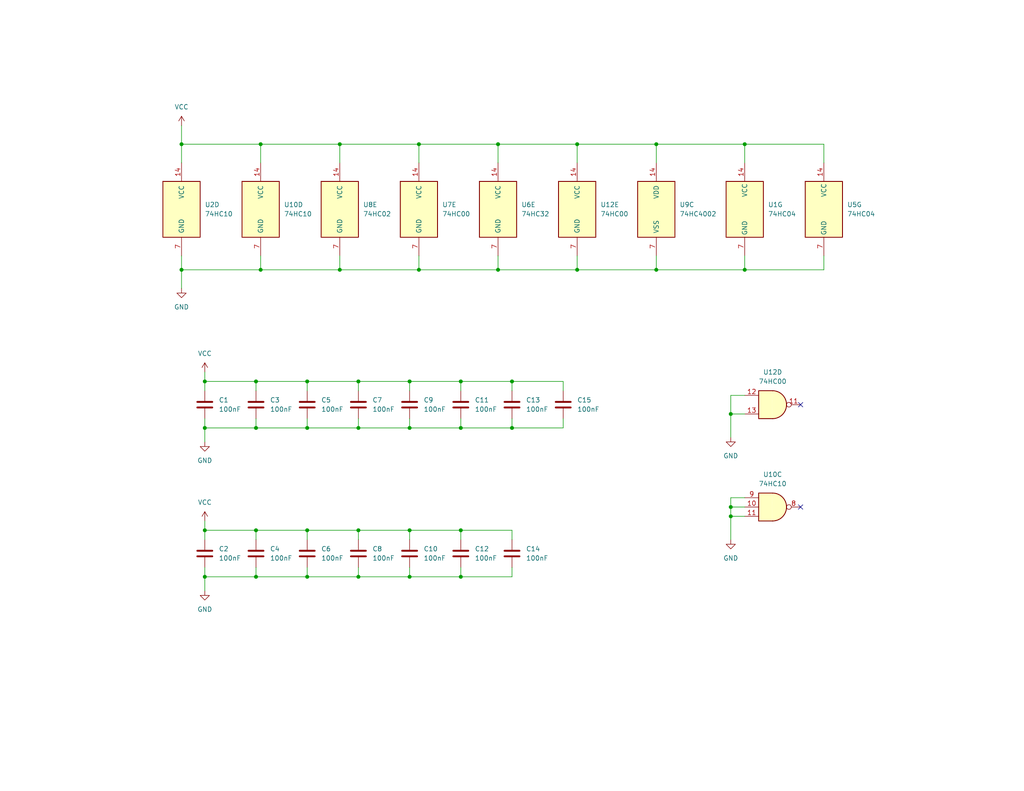
<source format=kicad_sch>
(kicad_sch (version 20211123) (generator eeschema)
  (paper "USLetter")
  (lib_symbols
    (symbol "74HCxx:74HC10" (pin_names (offset 1.016))
      (property "Reference" "U" (at 0 1.27 0))
      (property "Value" "74HC10" (at 0 -1.27 0))
      (symbol "74HC10_1_1"
        (arc (start 0 -3.81) (mid 3.81 0) (end 0 3.81) (stroke (width 0.254)) (fill (type background)))
        (polyline (pts (xy 0 3.81) (xy -3.81 3.81) (xy -3.81 -3.81) (xy 0 -3.81)) (stroke (width 0.254)) (fill (type background)))
        (pin input line (at -7.62 2.54 0) (length 3.81) (name "~") (number "1"))
        (pin output inverted (at 7.62 0 180) (length 3.81) (name "~") (number "12"))
        (pin input line (at -7.62 -2.54 0) (length 3.81) (name "~") (number "13"))
        (pin input line (at -7.62 0 0) (length 3.81) (name "~") (number "2"))
      )
      (symbol "74HC10_1_2"
        (arc (start -3.81 -3.81) (mid -2.589 0) (end -3.81 3.81) (stroke (width 0.254)))
        (arc (start -0.6096 -3.81) (mid 2.1842 -2.5851) (end 3.81 0) (stroke (width 0.254)) (fill (type background)))
        (polyline (pts (xy -3.81 -3.81) (xy -0.635 -3.81)) (stroke (width 0.254)) (fill (type background)))
        (polyline (pts (xy -3.81 3.81) (xy -0.635 3.81)) (stroke (width 0.254)) (fill (type background)))
        (polyline (pts (xy -0.635 3.81) (xy -3.81 3.81) (xy -3.81 3.81) (xy -3.556 3.4036) (xy -3.0226 2.2606) (xy -2.6924 1.0414) (xy -2.6162 -0.254) (xy -2.7686 -1.4986) (xy -3.175 -2.7178) (xy -3.81 -3.81) (xy -3.81 -3.81) (xy -0.635 -3.81)) (stroke (width -25.4)) (fill (type background)))
        (arc (start 3.81 0) (mid 2.1915 2.5936) (end -0.6096 3.81) (stroke (width 0.254)) (fill (type background)))
        (pin input inverted (at -7.62 2.54 0) (length 4.318) (name "~") (number "1"))
        (pin output line (at 7.62 0 180) (length 3.81) (name "~") (number "12"))
        (pin input inverted (at -7.62 -2.54 0) (length 4.318) (name "~") (number "13"))
        (pin input inverted (at -7.62 0 0) (length 4.953) (name "~") (number "2"))
      )
      (symbol "74HC10_2_1"
        (arc (start 0 -3.81) (mid 3.81 0) (end 0 3.81) (stroke (width 0.254)) (fill (type background)))
        (polyline (pts (xy 0 3.81) (xy -3.81 3.81) (xy -3.81 -3.81) (xy 0 -3.81)) (stroke (width 0.254)) (fill (type background)))
        (pin input line (at -7.62 2.54 0) (length 3.81) (name "~") (number "3"))
        (pin input line (at -7.62 0 0) (length 3.81) (name "~") (number "4"))
        (pin input line (at -7.62 -2.54 0) (length 3.81) (name "~") (number "5"))
        (pin output inverted (at 7.62 0 180) (length 3.81) (name "~") (number "6"))
      )
      (symbol "74HC10_2_2"
        (arc (start -3.81 -3.81) (mid -2.589 0) (end -3.81 3.81) (stroke (width 0.254)))
        (arc (start -0.6096 -3.81) (mid 2.1842 -2.5851) (end 3.81 0) (stroke (width 0.254)) (fill (type background)))
        (polyline (pts (xy -3.81 -3.81) (xy -0.635 -3.81)) (stroke (width 0.254)) (fill (type background)))
        (polyline (pts (xy -3.81 3.81) (xy -0.635 3.81)) (stroke (width 0.254)) (fill (type background)))
        (polyline (pts (xy -0.635 3.81) (xy -3.81 3.81) (xy -3.81 3.81) (xy -3.556 3.4036) (xy -3.0226 2.2606) (xy -2.6924 1.0414) (xy -2.6162 -0.254) (xy -2.7686 -1.4986) (xy -3.175 -2.7178) (xy -3.81 -3.81) (xy -3.81 -3.81) (xy -0.635 -3.81)) (stroke (width -25.4)) (fill (type background)))
        (arc (start 3.81 0) (mid 2.1915 2.5936) (end -0.6096 3.81) (stroke (width 0.254)) (fill (type background)))
        (pin input inverted (at -7.62 2.54 0) (length 4.318) (name "~") (number "3"))
        (pin input inverted (at -7.62 0 0) (length 4.953) (name "~") (number "4"))
        (pin input inverted (at -7.62 -2.54 0) (length 4.318) (name "~") (number "5"))
        (pin output line (at 7.62 0 180) (length 3.81) (name "~") (number "6"))
      )
      (symbol "74HC10_3_1"
        (arc (start 0 -3.81) (mid 3.81 0) (end 0 3.81) (stroke (width 0.254)) (fill (type background)))
        (polyline (pts (xy 0 3.81) (xy -3.81 3.81) (xy -3.81 -3.81) (xy 0 -3.81)) (stroke (width 0.254)) (fill (type background)))
        (pin input line (at -7.62 0 0) (length 3.81) (name "~") (number "10"))
        (pin input line (at -7.62 -2.54 0) (length 3.81) (name "~") (number "11"))
        (pin output inverted (at 7.62 0 180) (length 3.81) (name "~") (number "8"))
        (pin input line (at -7.62 2.54 0) (length 3.81) (name "~") (number "9"))
      )
      (symbol "74HC10_3_2"
        (arc (start -3.81 -3.81) (mid -2.589 0) (end -3.81 3.81) (stroke (width 0.254)))
        (arc (start -0.6096 -3.81) (mid 2.1842 -2.5851) (end 3.81 0) (stroke (width 0.254)) (fill (type background)))
        (polyline (pts (xy -3.81 -3.81) (xy -0.635 -3.81)) (stroke (width 0.254)) (fill (type background)))
        (polyline (pts (xy -3.81 3.81) (xy -0.635 3.81)) (stroke (width 0.254)) (fill (type background)))
        (polyline (pts (xy -0.635 3.81) (xy -3.81 3.81) (xy -3.81 3.81) (xy -3.556 3.4036) (xy -3.0226 2.2606) (xy -2.6924 1.0414) (xy -2.6162 -0.254) (xy -2.7686 -1.4986) (xy -3.175 -2.7178) (xy -3.81 -3.81) (xy -3.81 -3.81) (xy -0.635 -3.81)) (stroke (width -25.4)) (fill (type background)))
        (arc (start 3.81 0) (mid 2.1915 2.5936) (end -0.6096 3.81) (stroke (width 0.254)) (fill (type background)))
        (pin input inverted (at -7.62 0 0) (length 4.953) (name "~") (number "10"))
        (pin input inverted (at -7.62 -2.54 0) (length 4.318) (name "~") (number "11"))
        (pin output line (at 7.62 0 180) (length 3.81) (name "~") (number "8"))
        (pin input inverted (at -7.62 2.54 0) (length 4.318) (name "~") (number "9"))
      )
      (symbol "74HC10_4_0"
        (pin power_in line (at 0 12.7 270) (length 5.08) (name "VCC") (number "14"))
        (pin power_in line (at 0 -12.7 90) (length 5.08) (name "GND") (number "7"))
      )
      (symbol "74HC10_4_1"
        (rectangle (start -5.08 7.62) (end 5.08 -7.62) (stroke (width 0.254)) (fill (type background)))
      )
    )
    (symbol "74HCxx:74HC32" (pin_names (offset 1.016))
      (property "Reference" "U" (at 0 1.27 0))
      (property "Value" "74HC32" (at 0 -1.27 0))
      (symbol "74HC32_1_1"
        (arc (start -3.81 -3.81) (mid -2.589 0) (end -3.81 3.81) (stroke (width 0.254)))
        (arc (start -0.6096 -3.81) (mid 2.1842 -2.5851) (end 3.81 0) (stroke (width 0.254)) (fill (type background)))
        (polyline (pts (xy -3.81 -3.81) (xy -0.635 -3.81)) (stroke (width 0.254)) (fill (type background)))
        (polyline (pts (xy -3.81 3.81) (xy -0.635 3.81)) (stroke (width 0.254)) (fill (type background)))
        (polyline (pts (xy -0.635 3.81) (xy -3.81 3.81) (xy -3.81 3.81) (xy -3.556 3.4036) (xy -3.0226 2.2606) (xy -2.6924 1.0414) (xy -2.6162 -0.254) (xy -2.7686 -1.4986) (xy -3.175 -2.7178) (xy -3.81 -3.81) (xy -3.81 -3.81) (xy -0.635 -3.81)) (stroke (width -25.4)) (fill (type background)))
        (arc (start 3.81 0) (mid 2.1915 2.5936) (end -0.6096 3.81) (stroke (width 0.254)) (fill (type background)))
        (pin input line (at -7.62 2.54 0) (length 4.318) (name "~") (number "1"))
        (pin input line (at -7.62 -2.54 0) (length 4.318) (name "~") (number "2"))
        (pin output line (at 7.62 0 180) (length 3.81) (name "~") (number "3"))
      )
      (symbol "74HC32_1_2"
        (arc (start 0 -3.81) (mid 3.81 0) (end 0 3.81) (stroke (width 0.254)) (fill (type background)))
        (polyline (pts (xy 0 3.81) (xy -3.81 3.81) (xy -3.81 -3.81) (xy 0 -3.81)) (stroke (width 0.254)) (fill (type background)))
        (pin input inverted (at -7.62 2.54 0) (length 3.81) (name "~") (number "1"))
        (pin input inverted (at -7.62 -2.54 0) (length 3.81) (name "~") (number "2"))
        (pin output inverted (at 7.62 0 180) (length 3.81) (name "~") (number "3"))
      )
      (symbol "74HC32_2_1"
        (arc (start -3.81 -3.81) (mid -2.589 0) (end -3.81 3.81) (stroke (width 0.254)))
        (arc (start -0.6096 -3.81) (mid 2.1842 -2.5851) (end 3.81 0) (stroke (width 0.254)) (fill (type background)))
        (polyline (pts (xy -3.81 -3.81) (xy -0.635 -3.81)) (stroke (width 0.254)) (fill (type background)))
        (polyline (pts (xy -3.81 3.81) (xy -0.635 3.81)) (stroke (width 0.254)) (fill (type background)))
        (polyline (pts (xy -0.635 3.81) (xy -3.81 3.81) (xy -3.81 3.81) (xy -3.556 3.4036) (xy -3.0226 2.2606) (xy -2.6924 1.0414) (xy -2.6162 -0.254) (xy -2.7686 -1.4986) (xy -3.175 -2.7178) (xy -3.81 -3.81) (xy -3.81 -3.81) (xy -0.635 -3.81)) (stroke (width -25.4)) (fill (type background)))
        (arc (start 3.81 0) (mid 2.1915 2.5936) (end -0.6096 3.81) (stroke (width 0.254)) (fill (type background)))
        (pin input line (at -7.62 2.54 0) (length 4.318) (name "~") (number "4"))
        (pin input line (at -7.62 -2.54 0) (length 4.318) (name "~") (number "5"))
        (pin output line (at 7.62 0 180) (length 3.81) (name "~") (number "6"))
      )
      (symbol "74HC32_2_2"
        (arc (start 0 -3.81) (mid 3.81 0) (end 0 3.81) (stroke (width 0.254)) (fill (type background)))
        (polyline (pts (xy 0 3.81) (xy -3.81 3.81) (xy -3.81 -3.81) (xy 0 -3.81)) (stroke (width 0.254)) (fill (type background)))
        (pin input inverted (at -7.62 2.54 0) (length 3.81) (name "~") (number "4"))
        (pin input inverted (at -7.62 -2.54 0) (length 3.81) (name "~") (number "5"))
        (pin output inverted (at 7.62 0 180) (length 3.81) (name "~") (number "6"))
      )
      (symbol "74HC32_3_1"
        (arc (start -3.81 -3.81) (mid -2.589 0) (end -3.81 3.81) (stroke (width 0.254)))
        (arc (start -0.6096 -3.81) (mid 2.1842 -2.5851) (end 3.81 0) (stroke (width 0.254)) (fill (type background)))
        (polyline (pts (xy -3.81 -3.81) (xy -0.635 -3.81)) (stroke (width 0.254)) (fill (type background)))
        (polyline (pts (xy -3.81 3.81) (xy -0.635 3.81)) (stroke (width 0.254)) (fill (type background)))
        (polyline (pts (xy -0.635 3.81) (xy -3.81 3.81) (xy -3.81 3.81) (xy -3.556 3.4036) (xy -3.0226 2.2606) (xy -2.6924 1.0414) (xy -2.6162 -0.254) (xy -2.7686 -1.4986) (xy -3.175 -2.7178) (xy -3.81 -3.81) (xy -3.81 -3.81) (xy -0.635 -3.81)) (stroke (width -25.4)) (fill (type background)))
        (arc (start 3.81 0) (mid 2.1915 2.5936) (end -0.6096 3.81) (stroke (width 0.254)) (fill (type background)))
        (pin input line (at -7.62 -2.54 0) (length 4.318) (name "~") (number "10"))
        (pin output line (at 7.62 0 180) (length 3.81) (name "~") (number "8"))
        (pin input line (at -7.62 2.54 0) (length 4.318) (name "~") (number "9"))
      )
      (symbol "74HC32_3_2"
        (arc (start 0 -3.81) (mid 3.81 0) (end 0 3.81) (stroke (width 0.254)) (fill (type background)))
        (polyline (pts (xy 0 3.81) (xy -3.81 3.81) (xy -3.81 -3.81) (xy 0 -3.81)) (stroke (width 0.254)) (fill (type background)))
        (pin input inverted (at -7.62 -2.54 0) (length 3.81) (name "~") (number "10"))
        (pin output inverted (at 7.62 0 180) (length 3.81) (name "~") (number "8"))
        (pin input inverted (at -7.62 2.54 0) (length 3.81) (name "~") (number "9"))
      )
      (symbol "74HC32_4_1"
        (arc (start -3.81 -3.81) (mid -2.589 0) (end -3.81 3.81) (stroke (width 0.254)))
        (arc (start -0.6096 -3.81) (mid 2.1842 -2.5851) (end 3.81 0) (stroke (width 0.254)) (fill (type background)))
        (polyline (pts (xy -3.81 -3.81) (xy -0.635 -3.81)) (stroke (width 0.254)) (fill (type background)))
        (polyline (pts (xy -3.81 3.81) (xy -0.635 3.81)) (stroke (width 0.254)) (fill (type background)))
        (polyline (pts (xy -0.635 3.81) (xy -3.81 3.81) (xy -3.81 3.81) (xy -3.556 3.4036) (xy -3.0226 2.2606) (xy -2.6924 1.0414) (xy -2.6162 -0.254) (xy -2.7686 -1.4986) (xy -3.175 -2.7178) (xy -3.81 -3.81) (xy -3.81 -3.81) (xy -0.635 -3.81)) (stroke (width -25.4)) (fill (type background)))
        (arc (start 3.81 0) (mid 2.1915 2.5936) (end -0.6096 3.81) (stroke (width 0.254)) (fill (type background)))
        (pin output line (at 7.62 0 180) (length 3.81) (name "~") (number "11"))
        (pin input line (at -7.62 2.54 0) (length 4.318) (name "~") (number "12"))
        (pin input line (at -7.62 -2.54 0) (length 4.318) (name "~") (number "13"))
      )
      (symbol "74HC32_4_2"
        (arc (start 0 -3.81) (mid 3.81 0) (end 0 3.81) (stroke (width 0.254)) (fill (type background)))
        (polyline (pts (xy 0 3.81) (xy -3.81 3.81) (xy -3.81 -3.81) (xy 0 -3.81)) (stroke (width 0.254)) (fill (type background)))
        (pin output inverted (at 7.62 0 180) (length 3.81) (name "~") (number "11"))
        (pin input inverted (at -7.62 2.54 0) (length 3.81) (name "~") (number "12"))
        (pin input inverted (at -7.62 -2.54 0) (length 3.81) (name "~") (number "13"))
      )
      (symbol "74HC32_5_0"
        (pin power_in line (at 0 12.7 270) (length 5.08) (name "VCC") (number "14"))
        (pin power_in line (at 0 -12.7 90) (length 5.08) (name "GND") (number "7"))
      )
      (symbol "74HC32_5_1"
        (rectangle (start -5.08 7.62) (end 5.08 -7.62) (stroke (width 0.254)) (fill (type background)))
      )
    )
    (symbol "74HCxx:74HC4002" (pin_names (offset 1.016))
      (property "Reference" "U" (at 0 1.27 0))
      (property "Value" "74HC4002" (at 0 -1.27 0))
      (symbol "74HC4002_1_1"
        (arc (start -3.81 -4.445) (mid -2.5908 0) (end -3.81 4.445) (stroke (width 0.254)))
        (arc (start -0.6096 -4.445) (mid 2.2246 -2.8422) (end 3.81 0) (stroke (width 0.254)) (fill (type background)))
        (polyline (pts (xy -3.81 -4.445) (xy -0.635 -4.445)) (stroke (width 0.254)) (fill (type background)))
        (polyline (pts (xy -3.81 4.445) (xy -0.635 4.445)) (stroke (width 0.254)) (fill (type background)))
        (polyline (pts (xy -0.635 4.445) (xy -3.81 4.445) (xy -3.81 4.445) (xy -3.6322 4.0894) (xy -3.0988 2.921) (xy -2.7686 1.6764) (xy -2.6162 0.4318) (xy -2.6416 -0.8636) (xy -2.8702 -2.1082) (xy -3.2512 -3.3274) (xy -3.81 -4.445) (xy -3.81 -4.445) (xy -0.635 -4.445)) (stroke (width -25.4)) (fill (type background)))
        (arc (start 3.81 0) (mid 2.2204 2.8379) (end -0.6096 4.445) (stroke (width 0.254)) (fill (type background)))
        (pin output inverted (at 7.62 0 180) (length 3.81) (name "~") (number "1"))
        (pin input line (at -7.62 3.81 0) (length 3.81) (name "~") (number "2"))
        (pin input line (at -7.62 1.27 0) (length 4.826) (name "~") (number "3"))
        (pin input line (at -7.62 -1.27 0) (length 4.826) (name "~") (number "4"))
        (pin input line (at -7.62 -3.81 0) (length 3.81) (name "~") (number "5"))
      )
      (symbol "74HC4002_1_2"
        (arc (start -0.635 -4.445) (mid 3.81 0) (end -0.635 4.445) (stroke (width 0.254)) (fill (type background)))
        (polyline (pts (xy -0.635 4.445) (xy -3.81 4.445) (xy -3.81 -4.445) (xy -0.635 -4.445)) (stroke (width 0.254)) (fill (type background)))
        (pin output line (at 7.62 0 180) (length 3.81) (name "~") (number "1"))
        (pin input inverted (at -7.62 3.81 0) (length 3.81) (name "~") (number "2"))
        (pin input inverted (at -7.62 1.27 0) (length 3.81) (name "~") (number "3"))
        (pin input inverted (at -7.62 -1.27 0) (length 3.81) (name "~") (number "4"))
        (pin input inverted (at -7.62 -3.81 0) (length 3.81) (name "~") (number "5"))
      )
      (symbol "74HC4002_2_1"
        (arc (start -3.81 -4.445) (mid -2.5908 0) (end -3.81 4.445) (stroke (width 0.254)))
        (arc (start -0.6096 -4.445) (mid 2.2246 -2.8422) (end 3.81 0) (stroke (width 0.254)) (fill (type background)))
        (polyline (pts (xy -3.81 -4.445) (xy -0.635 -4.445)) (stroke (width 0.254)) (fill (type background)))
        (polyline (pts (xy -3.81 4.445) (xy -0.635 4.445)) (stroke (width 0.254)) (fill (type background)))
        (polyline (pts (xy -0.635 4.445) (xy -3.81 4.445) (xy -3.81 4.445) (xy -3.6322 4.0894) (xy -3.0988 2.921) (xy -2.7686 1.6764) (xy -2.6162 0.4318) (xy -2.6416 -0.8636) (xy -2.8702 -2.1082) (xy -3.2512 -3.3274) (xy -3.81 -4.445) (xy -3.81 -4.445) (xy -0.635 -4.445)) (stroke (width -25.4)) (fill (type background)))
        (arc (start 3.81 0) (mid 2.2204 2.8379) (end -0.6096 4.445) (stroke (width 0.254)) (fill (type background)))
        (pin input line (at -7.62 1.27 0) (length 4.826) (name "~") (number "10"))
        (pin input line (at -7.62 -1.27 0) (length 4.826) (name "~") (number "11"))
        (pin input line (at -7.62 -3.81 0) (length 3.81) (name "~") (number "12"))
        (pin output inverted (at 7.62 0 180) (length 3.81) (name "~") (number "13"))
        (pin input line (at -7.62 3.81 0) (length 3.81) (name "~") (number "9"))
      )
      (symbol "74HC4002_2_2"
        (arc (start -0.635 -4.445) (mid 3.81 0) (end -0.635 4.445) (stroke (width 0.254)) (fill (type background)))
        (polyline (pts (xy -0.635 4.445) (xy -3.81 4.445) (xy -3.81 -4.445) (xy -0.635 -4.445)) (stroke (width 0.254)) (fill (type background)))
        (pin input inverted (at -7.62 1.27 0) (length 3.81) (name "~") (number "10"))
        (pin input inverted (at -7.62 -1.27 0) (length 3.81) (name "~") (number "11"))
        (pin input inverted (at -7.62 -3.81 0) (length 3.81) (name "~") (number "12"))
        (pin output line (at 7.62 0 180) (length 3.81) (name "~") (number "13"))
        (pin input inverted (at -7.62 3.81 0) (length 3.81) (name "~") (number "9"))
      )
      (symbol "74HC4002_3_0"
        (pin power_in line (at 0 12.7 270) (length 5.08) (name "VDD") (number "14"))
        (pin power_in line (at 0 -12.7 90) (length 5.08) (name "VSS") (number "7"))
      )
      (symbol "74HC4002_3_1"
        (rectangle (start -5.08 7.62) (end 5.08 -7.62) (stroke (width 0.254)) (fill (type background)))
        (pin no_connect non_logic (at -5.08 -5.08 0) (length 2.54) hide (name "~") (number "6"))
        (pin no_connect non_logic (at 5.08 -5.08 180) (length 2.54) hide (name "~") (number "8"))
      )
    )
    (symbol "74xx:74HC00" (pin_names (offset 1.016))
      (property "Reference" "U" (at 0 1.27 0))
      (property "Value" "74HC00" (at 0 -1.27 0))
      (symbol "74HC00_1_1"
        (arc (start 0 -3.81) (mid 3.81 0) (end 0 3.81) (stroke (width 0.254)) (fill (type background)))
        (polyline (pts (xy 0 3.81) (xy -3.81 3.81) (xy -3.81 -3.81) (xy 0 -3.81)) (stroke (width 0.254)) (fill (type background)))
        (pin input line (at -7.62 2.54 0) (length 3.81) (name "~") (number "1"))
        (pin input line (at -7.62 -2.54 0) (length 3.81) (name "~") (number "2"))
        (pin output inverted (at 7.62 0 180) (length 3.81) (name "~") (number "3"))
      )
      (symbol "74HC00_1_2"
        (arc (start -3.81 -3.81) (mid -2.589 0) (end -3.81 3.81) (stroke (width 0.254)))
        (arc (start -0.6096 -3.81) (mid 2.1842 -2.5851) (end 3.81 0) (stroke (width 0.254)) (fill (type background)))
        (polyline (pts (xy -3.81 -3.81) (xy -0.635 -3.81)) (stroke (width 0.254)) (fill (type background)))
        (polyline (pts (xy -3.81 3.81) (xy -0.635 3.81)) (stroke (width 0.254)) (fill (type background)))
        (polyline (pts (xy -0.635 3.81) (xy -3.81 3.81) (xy -3.81 3.81) (xy -3.556 3.4036) (xy -3.0226 2.2606) (xy -2.6924 1.0414) (xy -2.6162 -0.254) (xy -2.7686 -1.4986) (xy -3.175 -2.7178) (xy -3.81 -3.81) (xy -3.81 -3.81) (xy -0.635 -3.81)) (stroke (width -25.4)) (fill (type background)))
        (arc (start 3.81 0) (mid 2.1915 2.5936) (end -0.6096 3.81) (stroke (width 0.254)) (fill (type background)))
        (pin input inverted (at -7.62 2.54 0) (length 4.318) (name "~") (number "1"))
        (pin input inverted (at -7.62 -2.54 0) (length 4.318) (name "~") (number "2"))
        (pin output line (at 7.62 0 180) (length 3.81) (name "~") (number "3"))
      )
      (symbol "74HC00_2_1"
        (arc (start 0 -3.81) (mid 3.81 0) (end 0 3.81) (stroke (width 0.254)) (fill (type background)))
        (polyline (pts (xy 0 3.81) (xy -3.81 3.81) (xy -3.81 -3.81) (xy 0 -3.81)) (stroke (width 0.254)) (fill (type background)))
        (pin input line (at -7.62 2.54 0) (length 3.81) (name "~") (number "4"))
        (pin input line (at -7.62 -2.54 0) (length 3.81) (name "~") (number "5"))
        (pin output inverted (at 7.62 0 180) (length 3.81) (name "~") (number "6"))
      )
      (symbol "74HC00_2_2"
        (arc (start -3.81 -3.81) (mid -2.589 0) (end -3.81 3.81) (stroke (width 0.254)))
        (arc (start -0.6096 -3.81) (mid 2.1842 -2.5851) (end 3.81 0) (stroke (width 0.254)) (fill (type background)))
        (polyline (pts (xy -3.81 -3.81) (xy -0.635 -3.81)) (stroke (width 0.254)) (fill (type background)))
        (polyline (pts (xy -3.81 3.81) (xy -0.635 3.81)) (stroke (width 0.254)) (fill (type background)))
        (polyline (pts (xy -0.635 3.81) (xy -3.81 3.81) (xy -3.81 3.81) (xy -3.556 3.4036) (xy -3.0226 2.2606) (xy -2.6924 1.0414) (xy -2.6162 -0.254) (xy -2.7686 -1.4986) (xy -3.175 -2.7178) (xy -3.81 -3.81) (xy -3.81 -3.81) (xy -0.635 -3.81)) (stroke (width -25.4)) (fill (type background)))
        (arc (start 3.81 0) (mid 2.1915 2.5936) (end -0.6096 3.81) (stroke (width 0.254)) (fill (type background)))
        (pin input inverted (at -7.62 2.54 0) (length 4.318) (name "~") (number "4"))
        (pin input inverted (at -7.62 -2.54 0) (length 4.318) (name "~") (number "5"))
        (pin output line (at 7.62 0 180) (length 3.81) (name "~") (number "6"))
      )
      (symbol "74HC00_3_1"
        (arc (start 0 -3.81) (mid 3.81 0) (end 0 3.81) (stroke (width 0.254)) (fill (type background)))
        (polyline (pts (xy 0 3.81) (xy -3.81 3.81) (xy -3.81 -3.81) (xy 0 -3.81)) (stroke (width 0.254)) (fill (type background)))
        (pin input line (at -7.62 -2.54 0) (length 3.81) (name "~") (number "10"))
        (pin output inverted (at 7.62 0 180) (length 3.81) (name "~") (number "8"))
        (pin input line (at -7.62 2.54 0) (length 3.81) (name "~") (number "9"))
      )
      (symbol "74HC00_3_2"
        (arc (start -3.81 -3.81) (mid -2.589 0) (end -3.81 3.81) (stroke (width 0.254)))
        (arc (start -0.6096 -3.81) (mid 2.1842 -2.5851) (end 3.81 0) (stroke (width 0.254)) (fill (type background)))
        (polyline (pts (xy -3.81 -3.81) (xy -0.635 -3.81)) (stroke (width 0.254)) (fill (type background)))
        (polyline (pts (xy -3.81 3.81) (xy -0.635 3.81)) (stroke (width 0.254)) (fill (type background)))
        (polyline (pts (xy -0.635 3.81) (xy -3.81 3.81) (xy -3.81 3.81) (xy -3.556 3.4036) (xy -3.0226 2.2606) (xy -2.6924 1.0414) (xy -2.6162 -0.254) (xy -2.7686 -1.4986) (xy -3.175 -2.7178) (xy -3.81 -3.81) (xy -3.81 -3.81) (xy -0.635 -3.81)) (stroke (width -25.4)) (fill (type background)))
        (arc (start 3.81 0) (mid 2.1915 2.5936) (end -0.6096 3.81) (stroke (width 0.254)) (fill (type background)))
        (pin input inverted (at -7.62 -2.54 0) (length 4.318) (name "~") (number "10"))
        (pin output line (at 7.62 0 180) (length 3.81) (name "~") (number "8"))
        (pin input inverted (at -7.62 2.54 0) (length 4.318) (name "~") (number "9"))
      )
      (symbol "74HC00_4_1"
        (arc (start 0 -3.81) (mid 3.81 0) (end 0 3.81) (stroke (width 0.254)) (fill (type background)))
        (polyline (pts (xy 0 3.81) (xy -3.81 3.81) (xy -3.81 -3.81) (xy 0 -3.81)) (stroke (width 0.254)) (fill (type background)))
        (pin output inverted (at 7.62 0 180) (length 3.81) (name "~") (number "11"))
        (pin input line (at -7.62 2.54 0) (length 3.81) (name "~") (number "12"))
        (pin input line (at -7.62 -2.54 0) (length 3.81) (name "~") (number "13"))
      )
      (symbol "74HC00_4_2"
        (arc (start -3.81 -3.81) (mid -2.589 0) (end -3.81 3.81) (stroke (width 0.254)))
        (arc (start -0.6096 -3.81) (mid 2.1842 -2.5851) (end 3.81 0) (stroke (width 0.254)) (fill (type background)))
        (polyline (pts (xy -3.81 -3.81) (xy -0.635 -3.81)) (stroke (width 0.254)) (fill (type background)))
        (polyline (pts (xy -3.81 3.81) (xy -0.635 3.81)) (stroke (width 0.254)) (fill (type background)))
        (polyline (pts (xy -0.635 3.81) (xy -3.81 3.81) (xy -3.81 3.81) (xy -3.556 3.4036) (xy -3.0226 2.2606) (xy -2.6924 1.0414) (xy -2.6162 -0.254) (xy -2.7686 -1.4986) (xy -3.175 -2.7178) (xy -3.81 -3.81) (xy -3.81 -3.81) (xy -0.635 -3.81)) (stroke (width -25.4)) (fill (type background)))
        (arc (start 3.81 0) (mid 2.1915 2.5936) (end -0.6096 3.81) (stroke (width 0.254)) (fill (type background)))
        (pin output line (at 7.62 0 180) (length 3.81) (name "~") (number "11"))
        (pin input inverted (at -7.62 2.54 0) (length 4.318) (name "~") (number "12"))
        (pin input inverted (at -7.62 -2.54 0) (length 4.318) (name "~") (number "13"))
      )
      (symbol "74HC00_5_0"
        (pin power_in line (at 0 12.7 270) (length 5.08) (name "VCC") (number "14"))
        (pin power_in line (at 0 -12.7 90) (length 5.08) (name "GND") (number "7"))
      )
      (symbol "74HC00_5_1"
        (rectangle (start -5.08 7.62) (end 5.08 -7.62) (stroke (width 0.254)) (fill (type background)))
      )
    )
    (symbol "74xx:74HC02" (pin_names (offset 1.016))
      (property "Reference" "U" (at 0 1.27 0))
      (property "Value" "74HC02" (at 0 -1.27 0))
      (symbol "74HC02_1_1"
        (arc (start -3.81 -3.81) (mid -2.589 0) (end -3.81 3.81) (stroke (width 0.254)))
        (arc (start -0.6096 -3.81) (mid 2.1842 -2.5851) (end 3.81 0) (stroke (width 0.254)) (fill (type background)))
        (polyline (pts (xy -3.81 -3.81) (xy -0.635 -3.81)) (stroke (width 0.254)) (fill (type background)))
        (polyline (pts (xy -3.81 3.81) (xy -0.635 3.81)) (stroke (width 0.254)) (fill (type background)))
        (polyline (pts (xy -0.635 3.81) (xy -3.81 3.81) (xy -3.81 3.81) (xy -3.556 3.4036) (xy -3.0226 2.2606) (xy -2.6924 1.0414) (xy -2.6162 -0.254) (xy -2.7686 -1.4986) (xy -3.175 -2.7178) (xy -3.81 -3.81) (xy -3.81 -3.81) (xy -0.635 -3.81)) (stroke (width -25.4)) (fill (type background)))
        (arc (start 3.81 0) (mid 2.1915 2.5936) (end -0.6096 3.81) (stroke (width 0.254)) (fill (type background)))
        (pin output inverted (at 7.62 0 180) (length 3.81) (name "~") (number "1"))
        (pin input line (at -7.62 2.54 0) (length 4.318) (name "~") (number "2"))
        (pin input line (at -7.62 -2.54 0) (length 4.318) (name "~") (number "3"))
      )
      (symbol "74HC02_1_2"
        (arc (start 0 -3.81) (mid 3.81 0) (end 0 3.81) (stroke (width 0.254)) (fill (type background)))
        (polyline (pts (xy 0 3.81) (xy -3.81 3.81) (xy -3.81 -3.81) (xy 0 -3.81)) (stroke (width 0.254)) (fill (type background)))
        (pin output line (at 7.62 0 180) (length 3.81) (name "~") (number "1"))
        (pin input inverted (at -7.62 2.54 0) (length 3.81) (name "~") (number "2"))
        (pin input inverted (at -7.62 -2.54 0) (length 3.81) (name "~") (number "3"))
      )
      (symbol "74HC02_2_1"
        (arc (start -3.81 -3.81) (mid -2.589 0) (end -3.81 3.81) (stroke (width 0.254)))
        (arc (start -0.6096 -3.81) (mid 2.1842 -2.5851) (end 3.81 0) (stroke (width 0.254)) (fill (type background)))
        (polyline (pts (xy -3.81 -3.81) (xy -0.635 -3.81)) (stroke (width 0.254)) (fill (type background)))
        (polyline (pts (xy -3.81 3.81) (xy -0.635 3.81)) (stroke (width 0.254)) (fill (type background)))
        (polyline (pts (xy -0.635 3.81) (xy -3.81 3.81) (xy -3.81 3.81) (xy -3.556 3.4036) (xy -3.0226 2.2606) (xy -2.6924 1.0414) (xy -2.6162 -0.254) (xy -2.7686 -1.4986) (xy -3.175 -2.7178) (xy -3.81 -3.81) (xy -3.81 -3.81) (xy -0.635 -3.81)) (stroke (width -25.4)) (fill (type background)))
        (arc (start 3.81 0) (mid 2.1915 2.5936) (end -0.6096 3.81) (stroke (width 0.254)) (fill (type background)))
        (pin output inverted (at 7.62 0 180) (length 3.81) (name "~") (number "4"))
        (pin input line (at -7.62 2.54 0) (length 4.318) (name "~") (number "5"))
        (pin input line (at -7.62 -2.54 0) (length 4.318) (name "~") (number "6"))
      )
      (symbol "74HC02_2_2"
        (arc (start 0 -3.81) (mid 3.81 0) (end 0 3.81) (stroke (width 0.254)) (fill (type background)))
        (polyline (pts (xy 0 3.81) (xy -3.81 3.81) (xy -3.81 -3.81) (xy 0 -3.81)) (stroke (width 0.254)) (fill (type background)))
        (pin output line (at 7.62 0 180) (length 3.81) (name "~") (number "4"))
        (pin input inverted (at -7.62 2.54 0) (length 3.81) (name "~") (number "5"))
        (pin input inverted (at -7.62 -2.54 0) (length 3.81) (name "~") (number "6"))
      )
      (symbol "74HC02_3_1"
        (arc (start -3.81 -3.81) (mid -2.589 0) (end -3.81 3.81) (stroke (width 0.254)))
        (arc (start -0.6096 -3.81) (mid 2.1842 -2.5851) (end 3.81 0) (stroke (width 0.254)) (fill (type background)))
        (polyline (pts (xy -3.81 -3.81) (xy -0.635 -3.81)) (stroke (width 0.254)) (fill (type background)))
        (polyline (pts (xy -3.81 3.81) (xy -0.635 3.81)) (stroke (width 0.254)) (fill (type background)))
        (polyline (pts (xy -0.635 3.81) (xy -3.81 3.81) (xy -3.81 3.81) (xy -3.556 3.4036) (xy -3.0226 2.2606) (xy -2.6924 1.0414) (xy -2.6162 -0.254) (xy -2.7686 -1.4986) (xy -3.175 -2.7178) (xy -3.81 -3.81) (xy -3.81 -3.81) (xy -0.635 -3.81)) (stroke (width -25.4)) (fill (type background)))
        (arc (start 3.81 0) (mid 2.1915 2.5936) (end -0.6096 3.81) (stroke (width 0.254)) (fill (type background)))
        (pin output inverted (at 7.62 0 180) (length 3.81) (name "~") (number "10"))
        (pin input line (at -7.62 2.54 0) (length 4.318) (name "~") (number "8"))
        (pin input line (at -7.62 -2.54 0) (length 4.318) (name "~") (number "9"))
      )
      (symbol "74HC02_3_2"
        (arc (start 0 -3.81) (mid 3.81 0) (end 0 3.81) (stroke (width 0.254)) (fill (type background)))
        (polyline (pts (xy 0 3.81) (xy -3.81 3.81) (xy -3.81 -3.81) (xy 0 -3.81)) (stroke (width 0.254)) (fill (type background)))
        (pin output line (at 7.62 0 180) (length 3.81) (name "~") (number "10"))
        (pin input inverted (at -7.62 2.54 0) (length 3.81) (name "~") (number "8"))
        (pin input inverted (at -7.62 -2.54 0) (length 3.81) (name "~") (number "9"))
      )
      (symbol "74HC02_4_1"
        (arc (start -3.81 -3.81) (mid -2.589 0) (end -3.81 3.81) (stroke (width 0.254)))
        (arc (start -0.6096 -3.81) (mid 2.1842 -2.5851) (end 3.81 0) (stroke (width 0.254)) (fill (type background)))
        (polyline (pts (xy -3.81 -3.81) (xy -0.635 -3.81)) (stroke (width 0.254)) (fill (type background)))
        (polyline (pts (xy -3.81 3.81) (xy -0.635 3.81)) (stroke (width 0.254)) (fill (type background)))
        (polyline (pts (xy -0.635 3.81) (xy -3.81 3.81) (xy -3.81 3.81) (xy -3.556 3.4036) (xy -3.0226 2.2606) (xy -2.6924 1.0414) (xy -2.6162 -0.254) (xy -2.7686 -1.4986) (xy -3.175 -2.7178) (xy -3.81 -3.81) (xy -3.81 -3.81) (xy -0.635 -3.81)) (stroke (width -25.4)) (fill (type background)))
        (arc (start 3.81 0) (mid 2.1915 2.5936) (end -0.6096 3.81) (stroke (width 0.254)) (fill (type background)))
        (pin input line (at -7.62 2.54 0) (length 4.318) (name "~") (number "11"))
        (pin input line (at -7.62 -2.54 0) (length 4.318) (name "~") (number "12"))
        (pin output inverted (at 7.62 0 180) (length 3.81) (name "~") (number "13"))
      )
      (symbol "74HC02_4_2"
        (arc (start 0 -3.81) (mid 3.81 0) (end 0 3.81) (stroke (width 0.254)) (fill (type background)))
        (polyline (pts (xy 0 3.81) (xy -3.81 3.81) (xy -3.81 -3.81) (xy 0 -3.81)) (stroke (width 0.254)) (fill (type background)))
        (pin input inverted (at -7.62 2.54 0) (length 3.81) (name "~") (number "11"))
        (pin input inverted (at -7.62 -2.54 0) (length 3.81) (name "~") (number "12"))
        (pin output line (at 7.62 0 180) (length 3.81) (name "~") (number "13"))
      )
      (symbol "74HC02_5_0"
        (pin power_in line (at 0 12.7 270) (length 5.08) (name "VCC") (number "14"))
        (pin power_in line (at 0 -12.7 90) (length 5.08) (name "GND") (number "7"))
      )
      (symbol "74HC02_5_1"
        (rectangle (start -5.08 7.62) (end 5.08 -7.62) (stroke (width 0.254)) (fill (type background)))
      )
    )
    (symbol "74xx:74HC04"
      (property "Reference" "U" (at 0 1.27 0))
      (property "Value" "74HC04" (at 0 -1.27 0))
      (symbol "74HC04_1_0"
        (polyline (pts (xy -3.81 3.81) (xy -3.81 -3.81) (xy 3.81 0) (xy -3.81 3.81)) (stroke (width 0.254)) (fill (type background)))
        (pin input line (at -7.62 0 0) (length 3.81) (name "~") (number "1"))
        (pin output inverted (at 7.62 0 180) (length 3.81) (name "~") (number "2"))
      )
      (symbol "74HC04_2_0"
        (polyline (pts (xy -3.81 3.81) (xy -3.81 -3.81) (xy 3.81 0) (xy -3.81 3.81)) (stroke (width 0.254)) (fill (type background)))
        (pin input line (at -7.62 0 0) (length 3.81) (name "~") (number "3"))
        (pin output inverted (at 7.62 0 180) (length 3.81) (name "~") (number "4"))
      )
      (symbol "74HC04_3_0"
        (polyline (pts (xy -3.81 3.81) (xy -3.81 -3.81) (xy 3.81 0) (xy -3.81 3.81)) (stroke (width 0.254)) (fill (type background)))
        (pin input line (at -7.62 0 0) (length 3.81) (name "~") (number "5"))
        (pin output inverted (at 7.62 0 180) (length 3.81) (name "~") (number "6"))
      )
      (symbol "74HC04_4_0"
        (polyline (pts (xy -3.81 3.81) (xy -3.81 -3.81) (xy 3.81 0) (xy -3.81 3.81)) (stroke (width 0.254)) (fill (type background)))
        (pin output inverted (at 7.62 0 180) (length 3.81) (name "~") (number "8"))
        (pin input line (at -7.62 0 0) (length 3.81) (name "~") (number "9"))
      )
      (symbol "74HC04_5_0"
        (polyline (pts (xy -3.81 3.81) (xy -3.81 -3.81) (xy 3.81 0) (xy -3.81 3.81)) (stroke (width 0.254)) (fill (type background)))
        (pin output inverted (at 7.62 0 180) (length 3.81) (name "~") (number "10"))
        (pin input line (at -7.62 0 0) (length 3.81) (name "~") (number "11"))
      )
      (symbol "74HC04_6_0"
        (polyline (pts (xy -3.81 3.81) (xy -3.81 -3.81) (xy 3.81 0) (xy -3.81 3.81)) (stroke (width 0.254)) (fill (type background)))
        (pin output inverted (at 7.62 0 180) (length 3.81) (name "~") (number "12"))
        (pin input line (at -7.62 0 0) (length 3.81) (name "~") (number "13"))
      )
      (symbol "74HC04_7_0"
        (pin power_in line (at 0 12.7 270) (length 5.08) (name "VCC") (number "14"))
        (pin power_in line (at 0 -12.7 90) (length 5.08) (name "GND") (number "7"))
      )
      (symbol "74HC04_7_1"
        (rectangle (start -5.08 7.62) (end 5.08 -7.62) (stroke (width 0.254)) (fill (type background)))
      )
    )
    (symbol "Device:C" (pin_numbers hide) (pin_names (offset 0.254))
      (property "Reference" "C" (at 0.635 2.54 0))
      (property "Value" "C" (at 0.635 -2.54 0))
      (symbol "C_0_1"
        (polyline (pts (xy -2.032 -0.762) (xy 2.032 -0.762)) (stroke (width 0.508)))
        (polyline (pts (xy -2.032 0.762) (xy 2.032 0.762)) (stroke (width 0.508)))
      )
      (symbol "C_1_1"
        (pin passive line (at 0 3.81 270) (length 2.794) (name "~") (number "1"))
        (pin passive line (at 0 -3.81 90) (length 2.794) (name "~") (number "2"))
      )
    )
    (symbol "power:GND" (power) (pin_names (offset 0))
      (property "Value" "GND" (at 0 -3.81 0))
      (symbol "GND_0_1"
        (polyline (pts (xy 0 0) (xy 0 -1.27) (xy 1.27 -1.27) (xy 0 -2.54) (xy -1.27 -1.27) (xy 0 -1.27)))
      )
      (symbol "GND_1_1"
        (pin power_in line (at 0 0 270) (length 0) hide (name "GND") (number "1"))
      )
    )
    (symbol "power:VCC" (power) (pin_names (offset 0))
      (property "Value" "VCC" (at 0 3.81 0))
      (symbol "VCC_0_1"
        (polyline (pts (xy -0.762 1.27) (xy 0 2.54)))
        (polyline (pts (xy 0 0) (xy 0 2.54)))
        (polyline (pts (xy 0 2.54) (xy 0.762 1.27)))
      )
      (symbol "VCC_1_1"
        (pin power_in line (at 0 0 90) (length 0) hide (name "VCC") (number "1"))
      )
    )
  )
  (junction (at 203.2 73.66))
  (junction (at 125.73 116.84))
  (junction (at 55.88 104.14))
  (junction (at 83.82 144.78))
  (junction (at 139.7 116.84))
  (junction (at 83.82 104.14))
  (junction (at 157.48 73.66))
  (junction (at 92.71 39.37))
  (junction (at 111.76 104.14))
  (junction (at 139.7 104.14))
  (junction (at 97.79 144.78))
  (junction (at 203.2 39.37))
  (junction (at 111.76 157.48))
  (junction (at 135.89 73.66))
  (junction (at 179.07 39.37))
  (junction (at 135.89 39.37))
  (junction (at 55.88 144.78))
  (junction (at 125.73 104.14))
  (junction (at 69.85 116.84))
  (junction (at 199.39 140.97))
  (junction (at 97.79 157.48))
  (junction (at 157.48 39.37))
  (junction (at 199.39 138.43))
  (junction (at 49.53 39.37))
  (junction (at 125.73 144.78))
  (junction (at 114.3 39.37))
  (junction (at 69.85 157.48))
  (junction (at 83.82 157.48))
  (junction (at 125.73 157.48))
  (junction (at 114.3 73.66))
  (junction (at 55.88 157.48))
  (junction (at 49.53 73.66))
  (junction (at 71.12 39.37))
  (junction (at 71.12 73.66))
  (junction (at 69.85 144.78))
  (junction (at 92.71 73.66))
  (junction (at 97.79 116.84))
  (junction (at 111.76 144.78))
  (junction (at 199.39 113.03))
  (junction (at 55.88 116.84))
  (junction (at 97.79 104.14))
  (junction (at 179.07 73.66))
  (junction (at 111.76 116.84))
  (junction (at 69.85 104.14))
  (junction (at 83.82 116.84))
  (no_connect (at 218.44 110.49))
  (no_connect (at 218.44 138.43))
  (wire (pts (xy 125.73 157.48) (xy 111.76 157.48)))
  (wire (pts (xy 97.79 104.14) (xy 83.82 104.14)))
  (wire (pts (xy 199.39 135.89) (xy 199.39 138.43)))
  (wire (pts (xy 69.85 104.14) (xy 55.88 104.14)))
  (wire (pts (xy 199.39 138.43) (xy 199.39 140.97)))
  (wire (pts (xy 139.7 144.78) (xy 125.73 144.78)))
  (wire (pts (xy 55.88 142.24) (xy 55.88 144.78)))
  (wire (pts (xy 139.7 144.78) (xy 139.7 147.32)))
  (wire (pts (xy 92.71 73.66) (xy 71.12 73.66)))
  (wire (pts (xy 71.12 73.66) (xy 49.53 73.66)))
  (wire (pts (xy 203.2 44.45) (xy 203.2 39.37)))
  (wire (pts (xy 97.79 106.68) (xy 97.79 104.14)))
  (wire (pts (xy 125.73 147.32) (xy 125.73 144.78)))
  (wire (pts (xy 71.12 44.45) (xy 71.12 39.37)))
  (wire (pts (xy 157.48 44.45) (xy 157.48 39.37)))
  (wire (pts (xy 199.39 135.89) (xy 203.2 135.89)))
  (wire (pts (xy 224.79 69.85) (xy 224.79 73.66)))
  (wire (pts (xy 203.2 73.66) (xy 179.07 73.66)))
  (wire (pts (xy 69.85 106.68) (xy 69.85 104.14)))
  (wire (pts (xy 55.88 116.84) (xy 55.88 120.65)))
  (wire (pts (xy 83.82 147.32) (xy 83.82 144.78)))
  (wire (pts (xy 83.82 106.68) (xy 83.82 104.14)))
  (wire (pts (xy 83.82 154.94) (xy 83.82 157.48)))
  (wire (pts (xy 97.79 147.32) (xy 97.79 144.78)))
  (wire (pts (xy 203.2 73.66) (xy 224.79 73.66)))
  (wire (pts (xy 179.07 39.37) (xy 157.48 39.37)))
  (wire (pts (xy 111.76 106.68) (xy 111.76 104.14)))
  (wire (pts (xy 69.85 116.84) (xy 55.88 116.84)))
  (wire (pts (xy 153.67 104.14) (xy 139.7 104.14)))
  (wire (pts (xy 69.85 144.78) (xy 55.88 144.78)))
  (wire (pts (xy 49.53 73.66) (xy 49.53 78.74)))
  (wire (pts (xy 55.88 157.48) (xy 55.88 161.29)))
  (wire (pts (xy 69.85 157.48) (xy 55.88 157.48)))
  (wire (pts (xy 199.39 140.97) (xy 203.2 140.97)))
  (wire (pts (xy 49.53 34.29) (xy 49.53 39.37)))
  (wire (pts (xy 199.39 113.03) (xy 199.39 107.95)))
  (wire (pts (xy 92.71 39.37) (xy 71.12 39.37)))
  (wire (pts (xy 179.07 44.45) (xy 179.07 39.37)))
  (wire (pts (xy 97.79 114.3) (xy 97.79 116.84)))
  (wire (pts (xy 55.88 154.94) (xy 55.88 157.48)))
  (wire (pts (xy 92.71 69.85) (xy 92.71 73.66)))
  (wire (pts (xy 55.88 114.3) (xy 55.88 116.84)))
  (wire (pts (xy 153.67 116.84) (xy 139.7 116.84)))
  (wire (pts (xy 111.76 144.78) (xy 97.79 144.78)))
  (wire (pts (xy 49.53 69.85) (xy 49.53 73.66)))
  (wire (pts (xy 125.73 106.68) (xy 125.73 104.14)))
  (wire (pts (xy 179.07 73.66) (xy 157.48 73.66)))
  (wire (pts (xy 135.89 73.66) (xy 114.3 73.66)))
  (wire (pts (xy 83.82 104.14) (xy 69.85 104.14)))
  (wire (pts (xy 92.71 44.45) (xy 92.71 39.37)))
  (wire (pts (xy 125.73 114.3) (xy 125.73 116.84)))
  (wire (pts (xy 139.7 116.84) (xy 125.73 116.84)))
  (wire (pts (xy 139.7 104.14) (xy 125.73 104.14)))
  (wire (pts (xy 111.76 157.48) (xy 97.79 157.48)))
  (wire (pts (xy 69.85 147.32) (xy 69.85 144.78)))
  (wire (pts (xy 97.79 144.78) (xy 83.82 144.78)))
  (wire (pts (xy 114.3 69.85) (xy 114.3 73.66)))
  (wire (pts (xy 199.39 113.03) (xy 203.2 113.03)))
  (wire (pts (xy 179.07 69.85) (xy 179.07 73.66)))
  (wire (pts (xy 199.39 119.38) (xy 199.39 113.03)))
  (wire (pts (xy 55.88 104.14) (xy 55.88 106.68)))
  (wire (pts (xy 97.79 154.94) (xy 97.79 157.48)))
  (wire (pts (xy 111.76 116.84) (xy 97.79 116.84)))
  (wire (pts (xy 135.89 39.37) (xy 114.3 39.37)))
  (wire (pts (xy 49.53 39.37) (xy 49.53 44.45)))
  (wire (pts (xy 69.85 116.84) (xy 83.82 116.84)))
  (wire (pts (xy 157.48 69.85) (xy 157.48 73.66)))
  (wire (pts (xy 83.82 157.48) (xy 97.79 157.48)))
  (wire (pts (xy 114.3 44.45) (xy 114.3 39.37)))
  (wire (pts (xy 125.73 144.78) (xy 111.76 144.78)))
  (wire (pts (xy 69.85 157.48) (xy 83.82 157.48)))
  (wire (pts (xy 83.82 114.3) (xy 83.82 116.84)))
  (wire (pts (xy 199.39 107.95) (xy 203.2 107.95)))
  (wire (pts (xy 71.12 69.85) (xy 71.12 73.66)))
  (wire (pts (xy 83.82 116.84) (xy 97.79 116.84)))
  (wire (pts (xy 111.76 104.14) (xy 97.79 104.14)))
  (wire (pts (xy 224.79 39.37) (xy 224.79 44.45)))
  (wire (pts (xy 203.2 39.37) (xy 179.07 39.37)))
  (wire (pts (xy 203.2 69.85) (xy 203.2 73.66)))
  (wire (pts (xy 125.73 116.84) (xy 111.76 116.84)))
  (wire (pts (xy 69.85 114.3) (xy 69.85 116.84)))
  (wire (pts (xy 153.67 114.3) (xy 153.67 116.84)))
  (wire (pts (xy 203.2 138.43) (xy 199.39 138.43)))
  (wire (pts (xy 135.89 44.45) (xy 135.89 39.37)))
  (wire (pts (xy 139.7 157.48) (xy 125.73 157.48)))
  (wire (pts (xy 125.73 104.14) (xy 111.76 104.14)))
  (wire (pts (xy 114.3 73.66) (xy 92.71 73.66)))
  (wire (pts (xy 125.73 154.94) (xy 125.73 157.48)))
  (wire (pts (xy 55.88 144.78) (xy 55.88 147.32)))
  (wire (pts (xy 83.82 144.78) (xy 69.85 144.78)))
  (wire (pts (xy 111.76 147.32) (xy 111.76 144.78)))
  (wire (pts (xy 199.39 140.97) (xy 199.39 147.32)))
  (wire (pts (xy 55.88 101.6) (xy 55.88 104.14)))
  (wire (pts (xy 111.76 154.94) (xy 111.76 157.48)))
  (wire (pts (xy 111.76 114.3) (xy 111.76 116.84)))
  (wire (pts (xy 69.85 154.94) (xy 69.85 157.48)))
  (wire (pts (xy 139.7 104.14) (xy 139.7 106.68)))
  (wire (pts (xy 203.2 39.37) (xy 224.79 39.37)))
  (wire (pts (xy 139.7 154.94) (xy 139.7 157.48)))
  (wire (pts (xy 114.3 39.37) (xy 92.71 39.37)))
  (wire (pts (xy 71.12 39.37) (xy 49.53 39.37)))
  (wire (pts (xy 135.89 69.85) (xy 135.89 73.66)))
  (wire (pts (xy 139.7 114.3) (xy 139.7 116.84)))
  (wire (pts (xy 135.89 39.37) (xy 157.48 39.37)))
  (wire (pts (xy 135.89 73.66) (xy 157.48 73.66)))
  (wire (pts (xy 153.67 106.68) (xy 153.67 104.14)))
  (symbol (lib_id "Device:C") (at 97.79 151.13 180) (unit 1)
    (property "Reference" "C8" (at 101.6 149.8599 0) (effects (justify right)))
    (property "Value" "100nF" (at 101.6 152.3999 0) (effects (justify right)))
    (property "Footprint" "Capacitor_THT:C_Disc_D4.7mm_W2.5mm_P5.00mm" (effects hide))
  )
  (symbol (lib_id "74xx:74HC00") (at 114.3 57.15 0) (unit 5)
    (property "Reference" "U7" (at 120.65 55.8799 0) (effects (justify left)))
    (property "Value" "74HC00" (at 120.65 58.4199 0) (effects (justify left)))
    (property "Footprint" "Package_DIP:DIP-14_W7.62mm_Socket" (effects hide))
    (property "Datasheet" "http://www.ti.com/lit/gpn/sn74hc00" (effects hide))
  )
  (symbol (lib_id "Device:C") (at 139.7 110.49 180) (unit 1)
    (property "Reference" "C13" (at 143.51 109.2199 0) (effects (justify right)))
    (property "Value" "100nF" (at 143.51 111.7599 0) (effects (justify right)))
    (property "Footprint" "Capacitor_THT:C_Disc_D4.7mm_W2.5mm_P5.00mm" (effects hide))
  )
  (symbol (lib_id "power:VCC") (at 55.88 142.24 0) (unit 1)
    (property "Reference" "#PWR027" (effects hide))
    (property "Value" "VCC" (at 55.88 137.16 0))
  )
  (symbol (lib_id "Device:C") (at 125.73 151.13 180) (unit 1)
    (property "Reference" "C12" (at 129.54 149.8599 0) (effects (justify right)))
    (property "Value" "100nF" (at 129.54 152.3999 0) (effects (justify right)))
    (property "Footprint" "Capacitor_THT:C_Disc_D4.7mm_W2.5mm_P5.00mm" (effects hide))
  )
  (symbol (lib_id "power:VCC") (at 49.53 34.29 0) (unit 1)
    (property "Reference" "#PWR023" (effects hide))
    (property "Value" "VCC" (at 49.53 29.21 0))
  )
  (symbol (lib_id "Device:C") (at 69.85 110.49 180) (unit 1)
    (property "Reference" "C3" (at 73.66 109.2199 0) (effects (justify right)))
    (property "Value" "100nF" (at 73.66 111.7599 0) (effects (justify right)))
    (property "Footprint" "Capacitor_THT:C_Disc_D4.7mm_W2.5mm_P5.00mm" (effects hide))
  )
  (symbol (lib_id "power:GND") (at 49.53 78.74 0) (unit 1)
    (property "Reference" "#PWR024" (effects hide))
    (property "Value" "GND" (at 49.53 83.82 0))
  )
  (symbol (lib_id "power:GND") (at 199.39 119.38 0) (unit 1)
    (property "Reference" "#PWR029" (effects hide))
    (property "Value" "GND" (at 199.39 124.46 0))
  )
  (symbol (lib_id "74xx:74HC00") (at 210.82 110.49 0) (unit 4)
    (property "Reference" "U12" (at 210.82 101.6 0))
    (property "Value" "74HC00" (at 210.82 104.14 0))
    (property "Footprint" "Package_DIP:DIP-14_W7.62mm_Socket" (effects hide))
    (property "Datasheet" "http://www.ti.com/lit/gpn/sn74hc00" (effects hide))
  )
  (symbol (lib_id "Device:C") (at 97.79 110.49 180) (unit 1)
    (property "Reference" "C7" (at 101.6 109.2199 0) (effects (justify right)))
    (property "Value" "100nF" (at 101.6 111.7599 0) (effects (justify right)))
    (property "Footprint" "Capacitor_THT:C_Disc_D4.7mm_W2.5mm_P5.00mm" (effects hide))
  )
  (symbol (lib_id "Device:C") (at 83.82 110.49 180) (unit 1)
    (property "Reference" "C5" (at 87.63 109.2199 0) (effects (justify right)))
    (property "Value" "100nF" (at 87.63 111.7599 0) (effects (justify right)))
    (property "Footprint" "Capacitor_THT:C_Disc_D4.7mm_W2.5mm_P5.00mm" (effects hide))
  )
  (symbol (lib_id "Device:C") (at 55.88 110.49 180) (unit 1)
    (property "Reference" "C1" (at 59.69 109.2199 0) (effects (justify right)))
    (property "Value" "100nF" (at 59.69 111.7599 0) (effects (justify right)))
    (property "Footprint" "Capacitor_THT:C_Disc_D4.7mm_W2.5mm_P5.00mm" (effects hide))
  )
  (symbol (lib_id "Device:C") (at 139.7 151.13 180) (unit 1)
    (property "Reference" "C14" (at 143.51 149.8599 0) (effects (justify right)))
    (property "Value" "100nF" (at 143.51 152.3999 0) (effects (justify right)))
    (property "Footprint" "Capacitor_THT:C_Disc_D4.7mm_W2.5mm_P5.00mm" (effects hide))
  )
  (symbol (lib_id "74HCxx:74HC10") (at 210.82 138.43 0) (unit 3)
    (property "Reference" "U10" (at 210.82 129.54 0))
    (property "Value" "74HC10" (at 210.82 132.08 0))
    (property "Footprint" "Package_DIP:DIP-14_W7.62mm_Socket" (effects hide))
    (property "Datasheet" "https://www.ti.com/lit/ds/symlink/sn74hc10.pdf" (effects hide))
  )
  (symbol (lib_id "74xx:74HC00") (at 157.48 57.15 0) (unit 5)
    (property "Reference" "U12" (at 163.83 55.8799 0) (effects (justify left)))
    (property "Value" "74HC00" (at 163.83 58.4199 0) (effects (justify left)))
    (property "Footprint" "Package_DIP:DIP-14_W7.62mm_Socket" (effects hide))
    (property "Datasheet" "http://www.ti.com/lit/gpn/sn74hc00" (effects hide))
  )
  (symbol (lib_id "Device:C") (at 153.67 110.49 180) (unit 1)
    (property "Reference" "C15" (at 157.48 109.2199 0) (effects (justify right)))
    (property "Value" "100nF" (at 157.48 111.7599 0) (effects (justify right)))
    (property "Footprint" "Capacitor_THT:C_Disc_D4.7mm_W2.5mm_P5.00mm" (effects hide))
  )
  (symbol (lib_id "74HCxx:74HC10") (at 71.12 57.15 0) (unit 4)
    (property "Reference" "U10" (at 77.47 55.8799 0) (effects (justify left)))
    (property "Value" "74HC10" (at 77.47 58.4199 0) (effects (justify left)))
    (property "Footprint" "Package_DIP:DIP-14_W7.62mm_Socket" (effects hide))
    (property "Datasheet" "https://www.ti.com/lit/ds/symlink/sn74hc10.pdf" (effects hide))
  )
  (symbol (lib_id "Device:C") (at 83.82 151.13 180) (unit 1)
    (property "Reference" "C6" (at 87.63 149.8599 0) (effects (justify right)))
    (property "Value" "100nF" (at 87.63 152.3999 0) (effects (justify right)))
    (property "Footprint" "Capacitor_THT:C_Disc_D4.7mm_W2.5mm_P5.00mm" (effects hide))
  )
  (symbol (lib_id "Device:C") (at 111.76 151.13 180) (unit 1)
    (property "Reference" "C10" (at 115.57 149.8599 0) (effects (justify right)))
    (property "Value" "100nF" (at 115.57 152.3999 0) (effects (justify right)))
    (property "Footprint" "Capacitor_THT:C_Disc_D4.7mm_W2.5mm_P5.00mm" (effects hide))
  )
  (symbol (lib_id "74HCxx:74HC4002") (at 179.07 57.15 0) (unit 3)
    (property "Reference" "U9" (at 185.42 55.8799 0) (effects (justify left)))
    (property "Value" "74HC4002" (at 185.42 58.4199 0) (effects (justify left)))
    (property "Footprint" "Package_DIP:DIP-14_W7.62mm_Socket" (effects hide))
    (property "Datasheet" "https://www.ti.com/lit/ds/symlink/cd74hc4002.pdf" (effects hide))
  )
  (symbol (lib_id "74HCxx:74HC32") (at 135.89 57.15 0) (unit 5)
    (property "Reference" "U6" (at 142.24 55.8799 0) (effects (justify left)))
    (property "Value" "74HC32" (at 142.24 58.4199 0) (effects (justify left)))
    (property "Footprint" "Package_DIP:DIP-14_W7.62mm_Socket" (effects hide))
    (property "Datasheet" "https://www.ti.com/lit/ds/symlink/sn74hc32.pdf" (effects hide))
  )
  (symbol (lib_id "74xx:74HC04") (at 203.2 57.15 0) (unit 7)
    (property "Reference" "U1" (at 209.55 55.8799 0) (effects (justify left)))
    (property "Value" "74HC04" (at 209.55 58.4199 0) (effects (justify left)))
    (property "Footprint" "Package_DIP:DIP-14_W7.62mm_Socket" (effects hide))
    (property "Datasheet" "https://assets.nexperia.com/documents/data-sheet/74HC_HCT04.pdf" (effects hide))
  )
  (symbol (lib_id "Device:C") (at 111.76 110.49 180) (unit 1)
    (property "Reference" "C9" (at 115.57 109.2199 0) (effects (justify right)))
    (property "Value" "100nF" (at 115.57 111.7599 0) (effects (justify right)))
    (property "Footprint" "Capacitor_THT:C_Disc_D4.7mm_W2.5mm_P5.00mm" (effects hide))
  )
  (symbol (lib_id "Device:C") (at 55.88 151.13 180) (unit 1)
    (property "Reference" "C2" (at 59.69 149.8599 0) (effects (justify right)))
    (property "Value" "100nF" (at 59.69 152.3999 0) (effects (justify right)))
    (property "Footprint" "Capacitor_THT:C_Disc_D4.7mm_W2.5mm_P5.00mm" (effects hide))
  )
  (symbol (lib_id "74xx:74HC04") (at 224.79 57.15 0) (unit 7)
    (property "Reference" "U5" (at 231.14 55.8799 0) (effects (justify left)))
    (property "Value" "74HC04" (at 231.14 58.4199 0) (effects (justify left)))
    (property "Footprint" "Package_DIP:DIP-14_W7.62mm_Socket" (effects hide))
    (property "Datasheet" "https://assets.nexperia.com/documents/data-sheet/74HC_HCT04.pdf" (effects hide))
  )
  (symbol (lib_id "power:VCC") (at 55.88 101.6 0) (unit 1)
    (property "Reference" "#PWR025" (effects hide))
    (property "Value" "VCC" (at 55.88 96.52 0))
  )
  (symbol (lib_id "Device:C") (at 125.73 110.49 180) (unit 1)
    (property "Reference" "C11" (at 129.54 109.2199 0) (effects (justify right)))
    (property "Value" "100nF" (at 129.54 111.7599 0) (effects (justify right)))
    (property "Footprint" "Capacitor_THT:C_Disc_D4.7mm_W2.5mm_P5.00mm" (effects hide))
  )
  (symbol (lib_id "74HCxx:74HC10") (at 49.53 57.15 0) (unit 4)
    (property "Reference" "U2" (at 55.88 55.8799 0) (effects (justify left)))
    (property "Value" "74HC10" (at 55.88 58.4199 0) (effects (justify left)))
    (property "Footprint" "Package_DIP:DIP-14_W7.62mm_Socket" (effects hide))
    (property "Datasheet" "https://www.ti.com/lit/ds/symlink/sn74hc10.pdf" (effects hide))
  )
  (symbol (lib_id "power:GND") (at 55.88 161.29 0) (unit 1)
    (property "Reference" "#PWR028" (effects hide))
    (property "Value" "GND" (at 55.88 166.37 0))
  )
  (symbol (lib_id "power:GND") (at 199.39 147.32 0) (unit 1)
    (property "Reference" "#PWR030" (effects hide))
    (property "Value" "GND" (at 199.39 152.4 0))
  )
  (symbol (lib_id "74xx:74HC02") (at 92.71 57.15 0) (unit 5)
    (property "Reference" "U8" (at 99.06 55.8799 0) (effects (justify left)))
    (property "Value" "74HC02" (at 99.06 58.4199 0) (effects (justify left)))
    (property "Footprint" "Package_DIP:DIP-14_W7.62mm_Socket" (effects hide))
    (property "Datasheet" "http://www.ti.com/lit/gpn/sn74hc02" (effects hide))
  )
  (symbol (lib_id "power:GND") (at 55.88 120.65 0) (unit 1)
    (property "Reference" "#PWR026" (effects hide))
    (property "Value" "GND" (at 55.88 125.73 0))
  )
  (symbol (lib_id "Device:C") (at 69.85 151.13 180) (unit 1)
    (property "Reference" "C4" (at 73.66 149.8599 0) (effects (justify right)))
    (property "Value" "100nF" (at 73.66 152.3999 0) (effects (justify right)))
    (property "Footprint" "Capacitor_THT:C_Disc_D4.7mm_W2.5mm_P5.00mm" (effects hide))
  )
)
</source>
